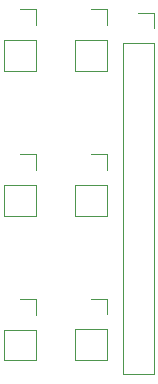
<source format=gbr>
%TF.GenerationSoftware,KiCad,Pcbnew,8.0.4-8.0.4-0~ubuntu24.04.1*%
%TF.CreationDate,2024-09-08T15:52:29+09:00*%
%TF.ProjectId,Battery_joint,42617474-6572-4795-9f6a-6f696e742e6b,rev?*%
%TF.SameCoordinates,Original*%
%TF.FileFunction,Legend,Bot*%
%TF.FilePolarity,Positive*%
%FSLAX46Y46*%
G04 Gerber Fmt 4.6, Leading zero omitted, Abs format (unit mm)*
G04 Created by KiCad (PCBNEW 8.0.4-8.0.4-0~ubuntu24.04.1) date 2024-09-08 15:52:29*
%MOMM*%
%LPD*%
G01*
G04 APERTURE LIST*
%ADD10C,0.120000*%
G04 APERTURE END LIST*
D10*
%TO.C,J6*%
X136920000Y-120245000D02*
X139580000Y-120245000D01*
X136920000Y-122845000D02*
X136920000Y-120245000D01*
X136920000Y-122845000D02*
X139580000Y-122845000D01*
X138250000Y-117645000D02*
X139580000Y-117645000D01*
X139580000Y-117645000D02*
X139580000Y-118975000D01*
X139580000Y-122845000D02*
X139580000Y-120245000D01*
%TO.C,J3*%
X142920000Y-120230000D02*
X145580000Y-120230000D01*
X142920000Y-122830000D02*
X142920000Y-120230000D01*
X142920000Y-122830000D02*
X145580000Y-122830000D01*
X144250000Y-117630000D02*
X145580000Y-117630000D01*
X145580000Y-117630000D02*
X145580000Y-118960000D01*
X145580000Y-122830000D02*
X145580000Y-120230000D01*
%TO.C,J2*%
X142920000Y-95745000D02*
X145580000Y-95745000D01*
X142920000Y-98345000D02*
X142920000Y-95745000D01*
X142920000Y-98345000D02*
X145580000Y-98345000D01*
X144250000Y-93145000D02*
X145580000Y-93145000D01*
X145580000Y-93145000D02*
X145580000Y-94475000D01*
X145580000Y-98345000D02*
X145580000Y-95745000D01*
%TO.C,J7*%
X136920000Y-95745000D02*
X139580000Y-95745000D01*
X136920000Y-98345000D02*
X136920000Y-95745000D01*
X136920000Y-98345000D02*
X139580000Y-98345000D01*
X138250000Y-93145000D02*
X139580000Y-93145000D01*
X139580000Y-93145000D02*
X139580000Y-94475000D01*
X139580000Y-98345000D02*
X139580000Y-95745000D01*
%TO.C,J1*%
X146920000Y-96020000D02*
X149580000Y-96020000D01*
X146920000Y-124020000D02*
X146920000Y-96020000D01*
X146920000Y-124020000D02*
X149580000Y-124020000D01*
X148250000Y-93420000D02*
X149580000Y-93420000D01*
X149580000Y-93420000D02*
X149580000Y-94750000D01*
X149580000Y-124020000D02*
X149580000Y-96020000D01*
%TO.C,J4*%
X136920000Y-107995000D02*
X139580000Y-107995000D01*
X136920000Y-110595000D02*
X136920000Y-107995000D01*
X136920000Y-110595000D02*
X139580000Y-110595000D01*
X138250000Y-105395000D02*
X139580000Y-105395000D01*
X139580000Y-105395000D02*
X139580000Y-106725000D01*
X139580000Y-110595000D02*
X139580000Y-107995000D01*
%TO.C,J5*%
X142920000Y-107995000D02*
X145580000Y-107995000D01*
X142920000Y-110595000D02*
X142920000Y-107995000D01*
X142920000Y-110595000D02*
X145580000Y-110595000D01*
X144250000Y-105395000D02*
X145580000Y-105395000D01*
X145580000Y-105395000D02*
X145580000Y-106725000D01*
X145580000Y-110595000D02*
X145580000Y-107995000D01*
%TD*%
M02*

</source>
